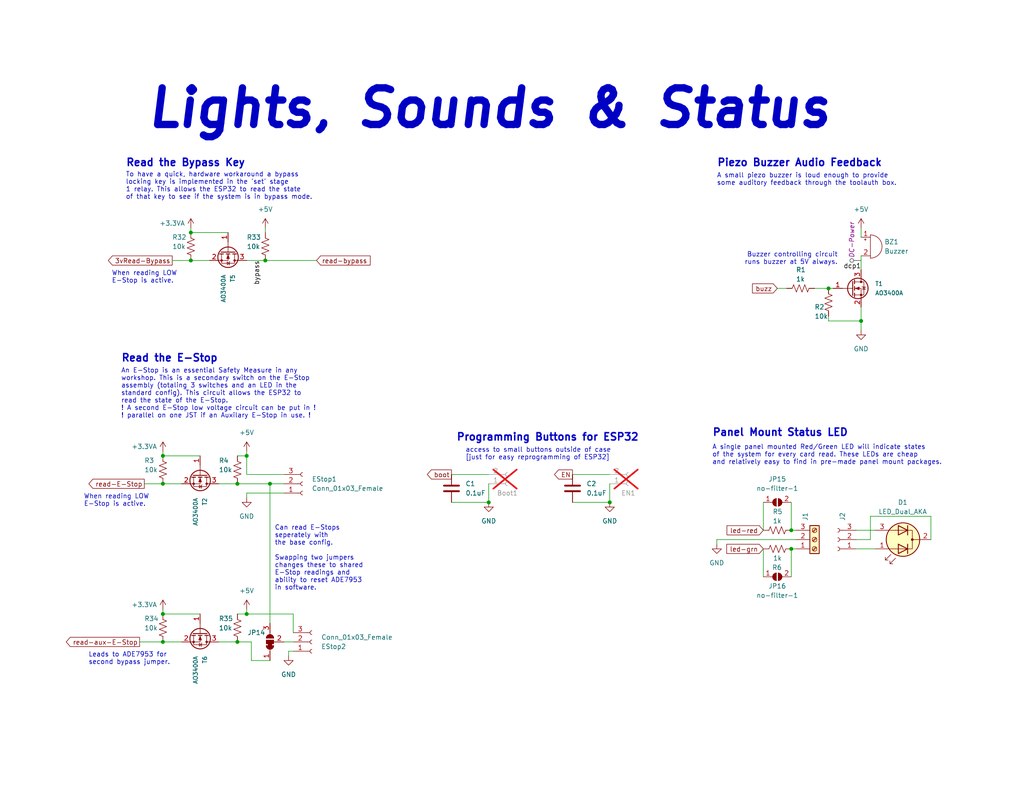
<source format=kicad_sch>
(kicad_sch (version 20231120) (generator "eeschema") (generator_version "8.0")
  (paper "USLetter")
  (title_block (title "Onboard Lights, Sounds and Logic Level Converters") (date "2022-10-09") (rev "3") (company "Corey Rice & MakeHaven") (comment 1 "Buzzer and Panel Mount LED for Audio feedback to user") (comment 2 "Logic Level shifters to read states of E-Stop(s) and Bypass Key") (comment 3 "DIP switches to describe hardware state") (comment 4 "Breakout connections for the EN & Boot pins, for possible panel mount"))
  (lib_symbols
    (symbol "Connector:Conn_01x02_Female" (pin_names (offset 1.016) hide)
      (property "Reference" "J" (at 0 2.54 0))
      (property "Value" "Conn_01x02_Female" (at 0 -5.08 0))
      (symbol "Conn_01x02_Female_1_1"
        (arc (start 0 -2.032) (mid -0.5058 -2.54) (end 0 -3.048) (stroke (width 0.1524)))
        (polyline (pts (xy -1.27 -2.54) (xy -0.508 -2.54)) (stroke (width 0.1524)))
        (polyline (pts (xy -1.27 0) (xy -0.508 0)) (stroke (width 0.1524)))
        (arc (start 0 0.508) (mid -0.5058 0) (end 0 -0.508) (stroke (width 0.1524)))
        (pin passive line (at -5.08 0 0) (length 3.81) (name "Pin_1") (number "1"))
        (pin passive line (at -5.08 -2.54 0) (length 3.81) (name "Pin_2") (number "2"))
      )
    )
    (symbol "Connector:Conn_01x03_Female" (pin_names (offset 1.016) hide)
      (property "Reference" "J" (at 0 5.08 0))
      (property "Value" "Conn_01x03_Female" (at 0 -5.08 0))
      (symbol "Conn_01x03_Female_1_1"
        (arc (start 0 -2.032) (mid -0.5058 -2.54) (end 0 -3.048) (stroke (width 0.1524)))
        (polyline (pts (xy -1.27 -2.54) (xy -0.508 -2.54)) (stroke (width 0.1524)))
        (polyline (pts (xy -1.27 0) (xy -0.508 0)) (stroke (width 0.1524)))
        (polyline (pts (xy -1.27 2.54) (xy -0.508 2.54)) (stroke (width 0.1524)))
        (arc (start 0 0.508) (mid -0.5058 0) (end 0 -0.508) (stroke (width 0.1524)))
        (arc (start 0 3.048) (mid -0.5058 2.54) (end 0 2.032) (stroke (width 0.1524)))
        (pin passive line (at -5.08 2.54 0) (length 3.81) (name "Pin_1") (number "1"))
        (pin passive line (at -5.08 0 0) (length 3.81) (name "Pin_2") (number "2"))
        (pin passive line (at -5.08 -2.54 0) (length 3.81) (name "Pin_3") (number "3"))
      )
    )
    (symbol "Connector:Screw_Terminal_01x03" (pin_names (offset 1.016) hide)
      (property "Reference" "J" (at 0 5.08 0))
      (property "Value" "Screw_Terminal_01x03" (at 0 -5.08 0))
      (symbol "Screw_Terminal_01x03_1_1"
        (rectangle (start -1.27 3.81) (end 1.27 -3.81) (stroke (width 0.254)) (fill (type background)))
        (circle (center 0 -2.54) (radius 0.635) (stroke (width 0.1524)))
        (polyline (pts (xy -0.5334 -2.2098) (xy 0.3302 -3.048)) (stroke (width 0.1524)))
        (polyline (pts (xy -0.5334 0.3302) (xy 0.3302 -0.508)) (stroke (width 0.1524)))
        (polyline (pts (xy -0.5334 2.8702) (xy 0.3302 2.032)) (stroke (width 0.1524)))
        (polyline (pts (xy -0.3556 -2.032) (xy 0.508 -2.8702)) (stroke (width 0.1524)))
        (polyline (pts (xy -0.3556 0.508) (xy 0.508 -0.3302)) (stroke (width 0.1524)))
        (polyline (pts (xy -0.3556 3.048) (xy 0.508 2.2098)) (stroke (width 0.1524)))
        (circle (center 0 0) (radius 0.635) (stroke (width 0.1524)))
        (circle (center 0 2.54) (radius 0.635) (stroke (width 0.1524)))
        (pin passive line (at -5.08 2.54 0) (length 3.81) (name "Pin_1") (number "1"))
        (pin passive line (at -5.08 0 0) (length 3.81) (name "Pin_2") (number "2"))
        (pin passive line (at -5.08 -2.54 0) (length 3.81) (name "Pin_3") (number "3"))
      )
    )
    (symbol "Device:Buzzer" (pin_names (offset 0.0254) hide)
      (property "Reference" "BZ" (at 3.81 1.27 0))
      (property "Value" "Buzzer" (at 3.81 -1.27 0))
      (symbol "Buzzer_0_1"
        (arc (start 0 -3.175) (mid 3.1612 0) (end 0 3.175))
        (polyline (pts (xy -1.651 1.905) (xy -1.143 1.905)))
        (polyline (pts (xy -1.397 2.159) (xy -1.397 1.651)))
        (polyline (pts (xy 0 3.175) (xy 0 -3.175)))
      )
      (symbol "Buzzer_1_1"
        (pin passive line (at -2.54 2.54 0) (length 2.54) (name "-") (number "1"))
        (pin passive line (at -2.54 -2.54 0) (length 2.54) (name "+") (number "2"))
      )
    )
    (symbol "Device:C" (pin_numbers hide) (pin_names (offset 0.254))
      (property "Reference" "C" (at 0.635 2.54 0))
      (property "Value" "C" (at 0.635 -2.54 0))
      (symbol "C_0_1"
        (polyline (pts (xy -2.032 -0.762) (xy 2.032 -0.762)) (stroke (width 0.508)))
        (polyline (pts (xy -2.032 0.762) (xy 2.032 0.762)) (stroke (width 0.508)))
      )
      (symbol "C_1_1"
        (pin passive line (at 0 3.81 270) (length 2.794) (name "~") (number "1"))
        (pin passive line (at 0 -3.81 90) (length 2.794) (name "~") (number "2"))
      )
    )
    (symbol "Device:LED_Dual_AKA" (pin_names (offset 0) hide)
      (property "Reference" "D" (at 0 5.715 0))
      (property "Value" "LED_Dual_AKA" (at 0 -6.35 0))
      (symbol "LED_Dual_AKA_0_1"
        (circle (center -2.54 0) (radius 0.2794) (fill (type outline)))
        (polyline (pts (xy -4.572 0) (xy -2.54 0)))
        (polyline (pts (xy -1.27 -1.27) (xy -1.27 -3.81)) (stroke (width 0.254)))
        (polyline (pts (xy -1.27 1.27) (xy -1.27 3.81)) (stroke (width 0.254)))
        (polyline (pts (xy 3.81 -2.54) (xy 1.905 -2.54)))
        (polyline (pts (xy 3.81 2.54) (xy 1.905 2.54)))
        (polyline (pts (xy 1.27 -3.81) (xy 1.27 -1.27) (xy -1.27 -2.54) (xy 1.27 -3.81)) (stroke (width 0.254)))
        (polyline (pts (xy 1.27 1.27) (xy 1.27 3.81) (xy -1.27 2.54) (xy 1.27 1.27)) (stroke (width 0.254)))
        (polyline (pts (xy 2.032 2.54) (xy -2.54 2.54) (xy -2.54 -2.54) (xy 2.032 -2.54)))
        (polyline (pts (xy 2.032 5.08) (xy 3.556 6.604) (xy 2.794 6.604) (xy 3.556 6.604) (xy 3.556 5.842)))
        (polyline (pts (xy 3.302 4.064) (xy 4.826 5.588) (xy 4.064 5.588) (xy 4.826 5.588) (xy 4.826 4.826)))
        (circle (center 0 0) (radius 4.572) (stroke (width 0.254)) (fill (type background)))
      )
      (symbol "LED_Dual_AKA_1_1"
        (pin input line (at 7.62 2.54 180) (length 3.81) (name "A1") (number "1"))
        (pin input line (at -7.62 0 0) (length 3.048) (name "K") (number "2"))
        (pin input line (at 7.62 -2.54 180) (length 3.81) (name "A2") (number "3"))
      )
    )
    (symbol "Device:R_US" (pin_numbers hide) (pin_names (offset 0))
      (property "Reference" "R" (at 2.54 0 90))
      (property "Value" "R_US" (at -2.54 0 90))
      (symbol "R_US_0_1"
        (polyline (pts (xy 0 -2.286) (xy 0 -2.54)))
        (polyline (pts (xy 0 2.286) (xy 0 2.54)))
        (polyline (pts (xy 0 -0.762) (xy 1.016 -1.143) (xy 0 -1.524) (xy -1.016 -1.905) (xy 0 -2.286)))
        (polyline (pts (xy 0 0.762) (xy 1.016 0.381) (xy 0 0) (xy -1.016 -0.381) (xy 0 -0.762)))
        (polyline (pts (xy 0 2.286) (xy 1.016 1.905) (xy 0 1.524) (xy -1.016 1.143) (xy 0 0.762)))
      )
      (symbol "R_US_1_1"
        (pin passive line (at 0 3.81 270) (length 1.27) (name "~") (number "1"))
        (pin passive line (at 0 -3.81 90) (length 1.27) (name "~") (number "2"))
      )
    )
    (symbol "Jumper:SolderJumper_2_Open" (pin_names (offset 0) hide)
      (property "Reference" "JP" (at 0 2.032 0))
      (property "Value" "SolderJumper_2_Open" (at 0 -2.54 0))
      (symbol "SolderJumper_2_Open_0_1"
        (arc (start -0.254 1.016) (mid -1.2655 0) (end -0.254 -1.016))
        (arc (start -0.254 1.016) (mid -1.2655 0) (end -0.254 -1.016) (fill (type outline)))
        (polyline (pts (xy -0.254 1.016) (xy -0.254 -1.016)))
        (polyline (pts (xy 0.254 1.016) (xy 0.254 -1.016)))
        (arc (start 0.254 -1.016) (mid 1.2655 0) (end 0.254 1.016))
        (arc (start 0.254 -1.016) (mid 1.2655 0) (end 0.254 1.016) (fill (type outline)))
      )
      (symbol "SolderJumper_2_Open_1_1"
        (pin passive line (at -3.81 0 0) (length 2.54) (name "A") (number "1"))
        (pin passive line (at 3.81 0 180) (length 2.54) (name "B") (number "2"))
      )
    )
    (symbol "Jumper:SolderJumper_3_Bridged12" (pin_names (offset 0) hide)
      (property "Reference" "JP" (at -2.54 -2.54 0))
      (property "Value" "SolderJumper_3_Bridged12" (at 0 2.794 0))
      (symbol "SolderJumper_3_Bridged12_0_1"
        (rectangle (start -1.016 0.508) (end -0.508 -0.508) (fill (type outline)))
        (arc (start -1.016 1.016) (mid -2.0275 0) (end -1.016 -1.016))
        (arc (start -1.016 1.016) (mid -2.0275 0) (end -1.016 -1.016) (fill (type outline)))
        (rectangle (start -0.508 1.016) (end 0.508 -1.016) (fill (type outline)))
        (polyline (pts (xy -2.54 0) (xy -2.032 0)))
        (polyline (pts (xy -1.016 1.016) (xy -1.016 -1.016)))
        (polyline (pts (xy 0 -1.27) (xy 0 -1.016)))
        (polyline (pts (xy 1.016 1.016) (xy 1.016 -1.016)))
        (polyline (pts (xy 2.54 0) (xy 2.032 0)))
        (arc (start 1.016 -1.016) (mid 2.0275 0) (end 1.016 1.016))
        (arc (start 1.016 -1.016) (mid 2.0275 0) (end 1.016 1.016) (fill (type outline)))
      )
      (symbol "SolderJumper_3_Bridged12_1_1"
        (pin passive line (at -5.08 0 0) (length 2.54) (name "A") (number "1"))
        (pin passive line (at 0 -3.81 90) (length 2.54) (name "C") (number "2"))
        (pin passive line (at 5.08 0 180) (length 2.54) (name "B") (number "3"))
      )
    )
    (symbol "Transistor_FET:AO3400A" (pin_names hide)
      (property "Reference" "Q" (at 5.08 1.905 0))
      (property "Value" "AO3400A" (at 5.08 0 0))
      (symbol "AO3400A_0_1"
        (polyline (pts (xy 0.254 0) (xy -2.54 0)))
        (polyline (pts (xy 0.254 1.905) (xy 0.254 -1.905)) (stroke (width 0.254)))
        (polyline (pts (xy 0.762 -1.27) (xy 0.762 -2.286)) (stroke (width 0.254)))
        (polyline (pts (xy 0.762 0.508) (xy 0.762 -0.508)) (stroke (width 0.254)))
        (polyline (pts (xy 0.762 2.286) (xy 0.762 1.27)) (stroke (width 0.254)))
        (polyline (pts (xy 2.54 2.54) (xy 2.54 1.778)))
        (polyline (pts (xy 2.54 -2.54) (xy 2.54 0) (xy 0.762 0)))
        (polyline (pts (xy 0.762 -1.778) (xy 3.302 -1.778) (xy 3.302 1.778) (xy 0.762 1.778)))
        (polyline (pts (xy 1.016 0) (xy 2.032 0.381) (xy 2.032 -0.381) (xy 1.016 0)) (fill (type outline)))
        (polyline (pts (xy 2.794 0.508) (xy 2.921 0.381) (xy 3.683 0.381) (xy 3.81 0.254)))
        (polyline (pts (xy 3.302 0.381) (xy 2.921 -0.254) (xy 3.683 -0.254) (xy 3.302 0.381)))
        (circle (center 1.651 0) (radius 2.794) (stroke (width 0.254)))
        (circle (center 2.54 -1.778) (radius 0.254) (fill (type outline)))
        (circle (center 2.54 1.778) (radius 0.254) (fill (type outline)))
      )
      (symbol "AO3400A_1_1"
        (pin input line (at -5.08 0 0) (length 2.54) (name "G") (number "1"))
        (pin passive line (at 2.54 -5.08 90) (length 2.54) (name "S") (number "2"))
        (pin passive line (at 2.54 5.08 270) (length 2.54) (name "D") (number "3"))
      )
    )
    (symbol "power:+3.3VA" (power) (pin_names (offset 0))
      (property "Value" "+3.3VA" (at 0 3.556 0))
      (symbol "+3.3VA_0_1"
        (polyline (pts (xy -0.762 1.27) (xy 0 2.54)))
        (polyline (pts (xy 0 0) (xy 0 2.54)))
        (polyline (pts (xy 0 2.54) (xy 0.762 1.27)))
      )
      (symbol "+3.3VA_1_1"
        (pin power_in line (at 0 0 90) (length 0) hide (name "+3.3VA") (number "1"))
      )
    )
    (symbol "power:+5V" (power) (pin_names (offset 0))
      (property "Value" "+5V" (at 0 3.556 0))
      (symbol "+5V_0_1"
        (polyline (pts (xy -0.762 1.27) (xy 0 2.54)))
        (polyline (pts (xy 0 0) (xy 0 2.54)))
        (polyline (pts (xy 0 2.54) (xy 0.762 1.27)))
      )
      (symbol "+5V_1_1"
        (pin power_in line (at 0 0 90) (length 0) hide (name "+5V") (number "1"))
      )
    )
    (symbol "power:GND" (power) (pin_names (offset 0))
      (property "Value" "GND" (at 0 -3.81 0))
      (symbol "GND_0_1"
        (polyline (pts (xy 0 0) (xy 0 -1.27) (xy 1.27 -1.27) (xy 0 -2.54) (xy -1.27 -1.27) (xy 0 -1.27)))
      )
      (symbol "GND_1_1"
        (pin power_in line (at 0 0 270) (length 0) hide (name "GND") (number "1"))
      )
    )
  )
  (junction (at 67.31 167.64))
  (junction (at 72.39 71.12))
  (junction (at 215.9 149.86))
  (junction (at 52.07 71.12))
  (junction (at 73.66 132.08))
  (junction (at 52.07 63.5))
  (junction (at 133.35 137.16))
  (junction (at 226.06 78.74))
  (junction (at 44.45 132.08))
  (junction (at 44.45 167.64))
  (junction (at 44.45 175.26))
  (junction (at 234.95 87.63))
  (junction (at 64.77 175.26))
  (junction (at 44.45 124.46))
  (junction (at 215.9 144.78))
  (junction (at 64.77 132.08))
  (junction (at 67.31 124.46))
  (junction (at 166.37 137.16))
  (wire (pts (xy 39.37 132.08) (xy 44.45 132.08)))
  (wire (pts (xy 226.06 78.74) (xy 227.33 78.74)))
  (wire (pts (xy 44.45 132.08) (xy 49.53 132.08)))
  (wire (pts (xy 166.37 132.08) (xy 166.37 137.16)))
  (wire (pts (xy 44.45 166.37) (xy 44.45 167.64)))
  (wire (pts (xy 215.9 137.16) (xy 215.9 144.78)))
  (wire (pts (xy 68.58 175.26) (xy 64.77 175.26)))
  (wire (pts (xy 234.95 83.82) (xy 234.95 87.63)))
  (wire (pts (xy 208.28 137.16) (xy 208.28 144.78)))
  (wire (pts (xy 234.95 87.63) (xy 234.95 90.17)))
  (wire (pts (xy 133.35 132.08) (xy 133.35 137.16)))
  (wire (pts (xy 208.28 149.86) (xy 208.28 157.48)))
  (wire (pts (xy 67.31 123.19) (xy 67.31 124.46)))
  (wire (pts (xy 72.39 62.23) (xy 72.39 63.5)))
  (wire (pts (xy 67.31 134.62) (xy 67.31 135.89)))
  (wire (pts (xy 64.77 167.64) (xy 67.31 167.64)))
  (wire (pts (xy 215.9 144.78) (xy 217.17 144.78)))
  (wire (pts (xy 237.49 140.97) (xy 237.49 147.32)))
  (wire (pts (xy 77.47 175.26) (xy 80.01 175.26)))
  (wire (pts (xy 44.45 167.64) (xy 54.61 167.64)))
  (wire (pts (xy 52.07 63.5) (xy 62.23 63.5)))
  (wire (pts (xy 226.06 86.36) (xy 226.06 87.63)))
  (wire (pts (xy 67.31 129.54) (xy 77.47 129.54)))
  (wire (pts (xy 67.31 71.12) (xy 72.39 71.12)))
  (wire (pts (xy 226.06 87.63) (xy 234.95 87.63)))
  (wire (pts (xy 73.66 180.34) (xy 68.58 180.34)))
  (wire (pts (xy 64.77 132.08) (xy 73.66 132.08)))
  (wire (pts (xy 64.77 124.46) (xy 67.31 124.46)))
  (wire (pts (xy 215.9 149.86) (xy 215.9 157.48)))
  (wire (pts (xy 67.31 166.37) (xy 67.31 167.64)))
  (wire (pts (xy 38.1 175.26) (xy 44.45 175.26)))
  (wire (pts (xy 195.58 148.59) (xy 195.58 147.32)))
  (wire (pts (xy 46.99 71.12) (xy 52.07 71.12)))
  (wire (pts (xy 67.31 167.64) (xy 80.01 167.64)))
  (wire (pts (xy 123.19 129.54) (xy 133.35 129.54)))
  (wire (pts (xy 78.74 177.8) (xy 80.01 177.8)))
  (wire (pts (xy 234.95 62.23) (xy 234.95 64.77)))
  (wire (pts (xy 67.31 129.54) (xy 67.31 124.46)))
  (wire (pts (xy 44.45 124.46) (xy 54.61 124.46)))
  (wire (pts (xy 222.25 78.74) (xy 226.06 78.74)))
  (wire (pts (xy 59.69 132.08) (xy 64.77 132.08)))
  (wire (pts (xy 233.68 149.86) (xy 238.76 149.86)))
  (wire (pts (xy 123.19 137.16) (xy 133.35 137.16)))
  (wire (pts (xy 44.45 175.26) (xy 49.53 175.26)))
  (wire (pts (xy 234.95 73.66) (xy 234.95 69.85)))
  (wire (pts (xy 59.69 175.26) (xy 64.77 175.26)))
  (wire (pts (xy 73.66 132.08) (xy 77.47 132.08)))
  (wire (pts (xy 215.9 149.86) (xy 217.17 149.86)))
  (wire (pts (xy 237.49 140.97) (xy 254 140.97)))
  (wire (pts (xy 72.39 71.12) (xy 86.36 71.12)))
  (wire (pts (xy 80.01 167.64) (xy 80.01 172.72)))
  (wire (pts (xy 73.66 132.08) (xy 73.66 170.18)))
  (wire (pts (xy 156.21 129.54) (xy 166.37 129.54)))
  (wire (pts (xy 78.74 177.8) (xy 78.74 179.07)))
  (wire (pts (xy 254 147.32) (xy 254 140.97)))
  (wire (pts (xy 233.68 144.78) (xy 238.76 144.78)))
  (wire (pts (xy 44.45 123.19) (xy 44.45 124.46)))
  (wire (pts (xy 68.58 180.34) (xy 68.58 175.26)))
  (wire (pts (xy 67.31 134.62) (xy 77.47 134.62)))
  (wire (pts (xy 52.07 62.23) (xy 52.07 63.5)))
  (wire (pts (xy 52.07 71.12) (xy 57.15 71.12)))
  (wire (pts (xy 195.58 147.32) (xy 217.17 147.32)))
  (wire (pts (xy 156.21 137.16) (xy 166.37 137.16)))
  (wire (pts (xy 212.09 78.74) (xy 214.63 78.74)))
  (wire (pts (xy 233.68 147.32) (xy 237.49 147.32)))
  (text "Programming Buttons for ESP32" (at 124.46 120.65 0) (effects (font (size 2 2) (thickness 0.4) (bold yes)) (justify left bottom)))
  (text "Leads to ADE7953 for \nsecond bypass jumper." (at 24.13 181.61 0) (effects (font (size 1.27 1.27)) (justify left bottom)))
  (text "A single panel mounted Red/Green LED will indicate states\nof the system for every card read. These LEDs are cheap \nand relatively easy to find in pre-made panel mount packages." (at 194.31 127 0) (effects (font (size 1.27 1.27)) (justify left bottom)))
  (text "Can read E-Stops \nseperately with \nthe base config. \n\nSwapping two jumpers \nchanges these to shared \nE-Stop readings and \nability to reset ADE7953\nin software." (at 74.93 161.29 0) (effects (font (size 1.27 1.27)) (justify left bottom)))
  (text "A small piezo buzzer is loud enough to provide\nsome auditory feedback through the toolauth box." (at 195.58 50.8 0) (effects (font (size 1.27 1.27)) (justify left bottom)))
  (text "access to small buttons outside of case \n[just for easy reprogramming of ESP32]" (at 127 125.73 0) (effects (font (size 1.27 1.27)) (justify left bottom)))
  (text "Read the E-Stop" (at 33.02 99.06 0) (effects (font (size 2 2) (thickness 0.4) (bold yes)) (justify left bottom)))
  (text "When reading LOW\nE-Stop is active." (at 22.86 138.43 0) (effects (font (size 1.27 1.27)) (justify left bottom)))
  (text "An E-Stop is an essential Safety Measure in any\nworkshop. This is a secondary switch on the E-Stop\nassembly (totaling 3 switches and an LED in the \nstandard config). This circuit allows the ESP32 to \nread the state of the E-Stop. \n! A second E-Stop low voltage circuit can be put in ! \n! parallel on one JST if an Auxilary E-Stop in use. !" (at 33.02 114.3 0) (effects (font (size 1.27 1.27)) (justify left bottom)))
  (text "Buzzer controlling circuit\nruns buzzer at 5V always." (at 228.6 72.39 0) (effects (font (size 1.27 1.27)) (justify right bottom)))
  (text "When reading LOW\nE-Stop is active." (at 30.48 77.47 0) (effects (font (size 1.27 1.27)) (justify left bottom)))
  (text "To have a quick, hardware workaround a bypass \nlocking key is implemented in the 'set' stage \n1 relay. This allows the ESP32 to read the state \nof that key to see if the system is in bypass mode. " (at 34.29 54.61 0) (effects (font (size 1.27 1.27)) (justify left bottom)))
  (text "Piezo Buzzer Audio Feedback" (at 195.58 45.72 0) (effects (font (size 2 2) (thickness 0.4) (bold yes)) (justify left bottom)))
  (text "Panel Mount Status LED" (at 194.31 119.38 0) (effects (font (size 2 2) (thickness 0.4) (bold yes)) (justify left bottom)))
  (text "Lights, Sounds & Status" (at 39.37 35.56 0) (effects (font (size 10 10) (thickness 2) (bold yes) (italic yes)) (justify left bottom)))
  (text "Read the Bypass Key" (at 34.29 45.72 0) (effects (font (size 2 2) (thickness 0.4) (bold yes)) (justify left bottom)))
  (label "bypass" (at 71.12 71.12 270))
  (label "dcp1" (at 234.95 73.66 180))
  (global_label "read-E-Stop" (shape output) (at 39.37 132.08 180) (property "Intersheetrefs" "${INTERSHEET_REFS}" (effects (hide yes))))
  (global_label "led-red" (shape input) (at 208.28 144.78 180) (property "Intersheetrefs" "${INTERSHEET_REFS}" (effects (hide yes))))
  (global_label "EN" (shape output) (at 156.21 129.54 180) (property "Intersheetrefs" "${INTERSHEET_REFS}" (effects (hide yes))))
  (global_label "boot" (shape output) (at 123.19 129.54 180) (property "Intersheetrefs" "${INTERSHEET_REFS}" (effects (hide yes))))
  (global_label "3vRead-Bypass" (shape output) (at 46.99 71.12 180) (property "Intersheetrefs" "${INTERSHEET_REFS}" (effects (hide yes))))
  (global_label "read-bypass" (shape input) (at 86.36 71.12 0) (property "Intersheetrefs" "${INTERSHEET_REFS}" (effects (hide yes))))
  (global_label "led-grn" (shape input) (at 208.28 149.86 180) (property "Intersheetrefs" "${INTERSHEET_REFS}" (effects (hide yes))))
  (global_label "read-aux-E-Stop" (shape output) (at 38.1 175.26 180) (property "Intersheetrefs" "${INTERSHEET_REFS}" (effects (hide yes))))
  (global_label "buzz" (shape input) (at 212.09 78.74 180) (property "Intersheetrefs" "${INTERSHEET_REFS}" (effects (hide yes))))
  (netclass_flag "" (length 2.54) (shape round) (at 234.95 71.12 90) (property "Netclass" "DC-Power" (at 232.41 70.4215 90) (effects (font (italic yes)) (justify left))))
  (symbol (lib_id "Device:R_US") (at 52.07 67.31 180) (unit 1)
    (property "Reference" "R32" (at 46.99 64.77 0) (effects (justify right)))
    (property "Value" "10k" (at 46.99 67.31 0) (effects (justify right)))
    (property "Footprint" "Resistor_SMD:R_0603_1608Metric" (effects (hide yes)))
    (property "JLCPCB Part #" "C25804" (effects (hide yes)))
  )
  (symbol (lib_id "Transistor_FET:AO3400A") (at 54.61 172.72 270) (unit 1)
    (property "Reference" "T6" (at 55.88 179.07 0) (effects (font (size 1.143 1.143)) (justify left)))
    (property "Value" "AO3400A" (at 53.34 179.07 0) (effects (font (size 1.143 1.143)) (justify left)))
    (property "Footprint" "Package_TO_SOT_SMD:SOT-23" (effects (hide yes)))
    (property "Datasheet" "http://www.aosmd.com/pdfs/datasheet/AO3400A.pdf" (effects (hide yes)))
    (property "JLCPCB Part #" "C427382" (effects (hide yes)))
  )
  (symbol (lib_id "power:GND") (at 234.95 90.17 0) (unit 1)
    (property "Reference" "#PWR0107" (effects (hide yes)))
    (property "Value" "GND" (at 234.95 95.25 0))
  )
  (symbol (lib_id "Device:LED_Dual_AKA") (at 246.38 147.32 180) (unit 1) (in_bom no) (on_board no)
    (property "Reference" "D1" (at 246.3165 137.16 0))
    (property "Value" "LED_Dual_AKA" (at 246.3165 139.7 0))
  )
  (symbol (lib_id "Jumper:SolderJumper_2_Open") (at 212.09 157.48 0) (unit 1)
    (property "Reference" "JP16" (at 212.09 160.02 0))
    (property "Value" "no-filter-1" (at 212.09 162.56 0))
    (property "Footprint" "Jumper:SolderJumper-2_P1.3mm_Open_RoundedPad1.0x1.5mm" (effects (hide yes)))
  )
  (symbol (lib_id "power:GND") (at 133.35 137.16 0) (unit 1)
    (property "Reference" "#PWR0112" (effects (hide yes)))
    (property "Value" "GND" (at 133.35 142.24 0))
  )
  (symbol (lib_id "Device:Buzzer") (at 237.49 67.31 0) (unit 1)
    (property "Reference" "BZ1" (at 241.3 66.0399 0) (effects (justify left)))
    (property "Value" "Buzzer" (at 241.3 68.5799 0) (effects (justify left)))
    (property "Footprint" "Buzzer_Beeper:Buzzer_12x9.5RM7.6" (effects (hide yes)))
    (property "JLCPCB Part #" "C96095" (effects (hide yes)))
  )
  (symbol (lib_id "Transistor_FET:AO3400A") (at 62.23 68.58 270) (unit 1)
    (property "Reference" "T5" (at 63.5 74.93 0) (effects (font (size 1.143 1.143)) (justify left)))
    (property "Value" "AO3400A" (at 60.96 74.93 0) (effects (font (size 1.143 1.143)) (justify left)))
    (property "Footprint" "Package_TO_SOT_SMD:SOT-23" (effects (hide yes)))
    (property "Datasheet" "http://www.aosmd.com/pdfs/datasheet/AO3400A.pdf" (effects (hide yes)))
    (property "JLCPCB Part #" "C427382" (effects (hide yes)))
  )
  (symbol (lib_id "Device:R_US") (at 72.39 67.31 180) (unit 1)
    (property "Reference" "R33" (at 67.31 64.77 0) (effects (justify right)))
    (property "Value" "10k" (at 67.31 67.31 0) (effects (justify right)))
    (property "Footprint" "Resistor_SMD:R_0603_1608Metric" (effects (hide yes)))
    (property "JLCPCB Part #" "C25804" (effects (hide yes)))
  )
  (symbol (lib_id "Device:R_US") (at 212.09 144.78 90) (unit 1)
    (property "Reference" "R5" (at 210.82 139.7 90) (effects (justify right)))
    (property "Value" "1k" (at 210.82 142.24 90) (effects (justify right)))
    (property "Footprint" "Resistor_SMD:R_0603_1608Metric" (effects (hide yes)))
    (property "JLCPCB Part #" "C21190" (effects (hide yes)))
  )
  (symbol (lib_id "power:GND") (at 67.31 135.89 0) (unit 1)
    (property "Reference" "#PWR0110" (effects (hide yes)))
    (property "Value" "GND" (at 67.31 140.97 0))
  )
  (symbol (lib_id "Connector:Conn_01x03_Female") (at 228.6 147.32 180) (unit 1) (in_bom no) (on_board no)
    (property "Reference" "J2" (at 229.87 142.24 90) (effects (justify right)))
    (property "Value" "Conn_01x03_Female" (effects (hide yes)))
  )
  (symbol (lib_id "Device:C") (at 123.19 133.35 0) (unit 1)
    (property "Reference" "C1" (at 127 132.0799 0) (effects (justify left)))
    (property "Value" "0.1uF" (at 127 134.6199 0) (effects (justify left)))
    (property "Footprint" "LED_SMD:LED_0603_1608Metric" (effects (hide yes)))
    (property "JLCPCB Part #" "C14663" (effects (hide yes)))
  )
  (symbol (lib_id "Device:R_US") (at 212.09 149.86 270) (unit 1)
    (property "Reference" "R6" (at 213.36 154.94 90) (effects (justify right)))
    (property "Value" "1k" (at 213.36 152.4 90) (effects (justify right)))
    (property "Footprint" "Resistor_SMD:R_0603_1608Metric" (effects (hide yes)))
    (property "JLCPCB Part #" "C21190" (effects (hide yes)))
  )
  (symbol (lib_id "power:GND") (at 78.74 179.07 0) (unit 1)
    (property "Reference" "#PWR011" (effects (hide yes)))
    (property "Value" "GND" (at 78.74 184.15 0))
  )
  (symbol (lib_id "Transistor_FET:AO3400A") (at 54.61 129.54 270) (unit 1)
    (property "Reference" "T2" (at 55.88 135.89 0) (effects (font (size 1.143 1.143)) (justify left)))
    (property "Value" "AO3400A" (at 53.34 135.89 0) (effects (font (size 1.143 1.143)) (justify left)))
    (property "Footprint" "Package_TO_SOT_SMD:SOT-23" (effects (hide yes)))
    (property "Datasheet" "http://www.aosmd.com/pdfs/datasheet/AO3400A.pdf" (effects (hide yes)))
    (property "JLCPCB Part #" "C427382" (effects (hide yes)))
  )
  (symbol (lib_id "Connector:Conn_01x03_Female") (at 85.09 175.26 0) (mirror x) (unit 1)
    (property "Reference" "EStop2" (at 87.63 176.53 0) (effects (justify left)))
    (property "Value" "Conn_01x03_Female" (at 87.63 173.99 0) (effects (justify left)))
    (property "Footprint" "Connector_JST:JST_PH_B3B-PH-K_1x03_P2.00mm_Vertical" (effects (hide yes)))
    (property "JLCPCB Part #" "C131339" (effects (hide yes)))
  )
  (symbol (lib_id "Connector:Conn_01x02_Female") (at 138.43 132.08 0) (mirror x) (unit 1) (in_bom no) (dnp yes)
    (property "Reference" "Boot1" (at 138.43 134.62 0))
    (property "Value" "Conn_01x02_Female" (effects (hide yes)))
    (property "Footprint" "Connector_PinSocket_2.54mm:PinSocket_1x02_P2.54mm_Vertical" (effects (hide yes)))
  )
  (symbol (lib_id "Device:C") (at 156.21 133.35 0) (unit 1)
    (property "Reference" "C2" (at 160.02 132.0799 0) (effects (justify left)))
    (property "Value" "0.1uF" (at 160.02 134.6199 0) (effects (justify left)))
    (property "Footprint" "LED_SMD:LED_0603_1608Metric" (effects (hide yes)))
    (property "JLCPCB Part #" "C14663" (effects (hide yes)))
  )
  (symbol (lib_id "Connector:Screw_Terminal_01x03") (at 222.25 147.32 0) (mirror x) (unit 1)
    (property "Reference" "J1" (at 219.71 142.24 90) (effects (justify right)))
    (property "Value" "Conn_01x03_Male" (effects (hide yes)))
    (property "Footprint" "TerminalBlock_TE-Connectivity:TerminalBlock_TE_282834-3_1x03_P2.54mm_Horizontal" (effects (hide yes)))
    (property "JLCPCB Part #" "C557686" (effects (hide yes)))
  )
  (symbol (lib_id "Device:R_US") (at 44.45 171.45 180) (unit 1)
    (property "Reference" "R34" (at 39.37 168.91 0) (effects (justify right)))
    (property "Value" "10k" (at 39.37 171.45 0) (effects (justify right)))
    (property "Footprint" "Resistor_SMD:R_0603_1608Metric" (effects (hide yes)))
    (property "JLCPCB Part #" "C25804" (effects (hide yes)))
  )
  (symbol (lib_id "Device:R_US") (at 64.77 171.45 180) (unit 1)
    (property "Reference" "R35" (at 59.69 168.91 0) (effects (justify right)))
    (property "Value" "10k" (at 59.69 171.45 0) (effects (justify right)))
    (property "Footprint" "Resistor_SMD:R_0603_1608Metric" (effects (hide yes)))
    (property "JLCPCB Part #" "C25804" (effects (hide yes)))
  )
  (symbol (lib_id "Device:R_US") (at 226.06 82.55 180) (unit 1)
    (property "Reference" "R2" (at 222.25 83.82 0) (effects (justify right)))
    (property "Value" "10k" (at 222.25 86.36 0) (effects (justify right)))
    (property "Footprint" "Resistor_SMD:R_0603_1608Metric" (effects (hide yes)))
    (property "JLCPCB Part #" "C25804" (effects (hide yes)))
  )
  (symbol (lib_id "power:+5V") (at 234.95 62.23 0) (unit 1)
    (property "Reference" "#PWR0106" (effects (hide yes)))
    (property "Value" "+5V" (at 234.95 57.15 0))
  )
  (symbol (lib_id "power:GND") (at 166.37 137.16 0) (unit 1)
    (property "Reference" "#PWR0113" (effects (hide yes)))
    (property "Value" "GND" (at 166.37 142.24 0))
  )
  (symbol (lib_id "Jumper:SolderJumper_2_Open") (at 212.09 137.16 0) (unit 1)
    (property "Reference" "JP15" (at 212.09 130.81 0))
    (property "Value" "no-filter-1" (at 212.09 133.35 0))
    (property "Footprint" "Jumper:SolderJumper-2_P1.3mm_Open_RoundedPad1.0x1.5mm" (effects (hide yes)))
  )
  (symbol (lib_id "Connector:Conn_01x02_Female") (at 171.45 132.08 0) (mirror x) (unit 1) (in_bom no) (dnp yes)
    (property "Reference" "EN1" (at 171.45 134.62 0))
    (property "Value" "Conn_01x02_Female" (effects (hide yes)))
    (property "Footprint" "Connector_PinSocket_2.54mm:PinSocket_1x02_P2.54mm_Vertical" (effects (hide yes)))
  )
  (symbol (lib_id "Device:R_US") (at 64.77 128.27 180) (unit 1)
    (property "Reference" "R4" (at 59.69 125.73 0) (effects (justify right)))
    (property "Value" "10k" (at 59.69 128.27 0) (effects (justify right)))
    (property "Footprint" "Resistor_SMD:R_0603_1608Metric" (effects (hide yes)))
    (property "JLCPCB Part #" "C25804" (effects (hide yes)))
  )
  (symbol (lib_id "Device:R_US") (at 218.44 78.74 90) (unit 1)
    (property "Reference" "R1" (at 217.17 73.66 90) (effects (justify right)))
    (property "Value" "1k" (at 217.17 76.2 90) (effects (justify right)))
    (property "Footprint" "Resistor_SMD:R_0603_1608Metric" (effects (hide yes)))
    (property "JLCPCB Part #" "C21190" (effects (hide yes)))
  )
  (symbol (lib_id "power:+5V") (at 67.31 166.37 0) (unit 1)
    (property "Reference" "#PWR010" (effects (hide yes)))
    (property "Value" "+5V" (at 67.31 161.29 0))
  )
  (symbol (lib_id "Jumper:SolderJumper_3_Bridged12") (at 73.66 175.26 90) (unit 1)
    (property "Reference" "JP14" (at 72.39 172.72 90) (effects (justify left)))
    (property "Value" "SolderJumper_3_Bridged12" (effects (hide yes)))
    (property "Footprint" "Jumper:SolderJumper-3_P1.3mm_Bridged12_RoundedPad1.0x1.5mm" (effects (hide yes)))
  )
  (symbol (lib_id "power:+5V") (at 67.31 123.19 0) (unit 1)
    (property "Reference" "#PWR0111" (effects (hide yes)))
    (property "Value" "+5V" (at 67.31 118.11 0))
  )
  (symbol (lib_id "power:+3.3VA") (at 44.45 166.37 0) (unit 1)
    (property "Reference" "#PWR0147" (effects (hide yes)))
    (property "Value" "+3.3VA" (at 39.37 165.1 0))
  )
  (symbol (lib_id "power:+5V") (at 72.39 62.23 0) (unit 1)
    (property "Reference" "#PWR02" (effects (hide yes)))
    (property "Value" "+5V" (at 72.39 57.15 0))
  )
  (symbol (lib_id "power:+3.3VA") (at 52.07 62.23 0) (unit 1)
    (property "Reference" "#PWR0153" (effects (hide yes)))
    (property "Value" "+3.3VA" (at 46.99 60.96 0))
  )
  (symbol (lib_id "Transistor_FET:AO3400A") (at 232.41 78.74 0) (unit 1)
    (property "Reference" "T1" (at 238.76 77.47 0) (effects (font (size 1.143 1.143)) (justify left)))
    (property "Value" "AO3400A" (at 238.76 80.01 0) (effects (font (size 1.143 1.143)) (justify left)))
    (property "Footprint" "Package_TO_SOT_SMD:SOT-23" (effects (hide yes)))
    (property "Datasheet" "http://www.aosmd.com/pdfs/datasheet/AO3400A.pdf" (effects (hide yes)))
    (property "JLCPCB Part #" "C427382" (effects (hide yes)))
  )
  (symbol (lib_id "power:+3.3VA") (at 44.45 123.19 0) (unit 1)
    (property "Reference" "#PWR0146" (effects (hide yes)))
    (property "Value" "+3.3VA" (at 39.37 121.92 0))
  )
  (symbol (lib_id "Connector:Conn_01x03_Female") (at 82.55 132.08 0) (mirror x) (unit 1)
    (property "Reference" "EStop1" (at 85.09 130.81 0) (effects (justify left)))
    (property "Value" "Conn_01x03_Female" (at 85.09 133.35 0) (effects (justify left)))
    (property "Footprint" "Connector_JST:JST_PH_B3B-PH-K_1x03_P2.00mm_Vertical" (effects (hide yes)))
    (property "JLCPCB Part #" "C131339" (effects (hide yes)))
  )
  (symbol (lib_id "power:GND") (at 195.58 148.59 0) (unit 1)
    (property "Reference" "#PWR0114" (effects (hide yes)))
    (property "Value" "GND" (at 195.58 153.67 0))
  )
  (symbol (lib_id "Device:R_US") (at 44.45 128.27 180) (unit 1)
    (property "Reference" "R3" (at 39.37 125.73 0) (effects (justify right)))
    (property "Value" "10k" (at 39.37 128.27 0) (effects (justify right)))
    (property "Footprint" "Resistor_SMD:R_0603_1608Metric" (effects (hide yes)))
    (property "JLCPCB Part #" "C25804" (effects (hide yes)))
  )
)
</source>
